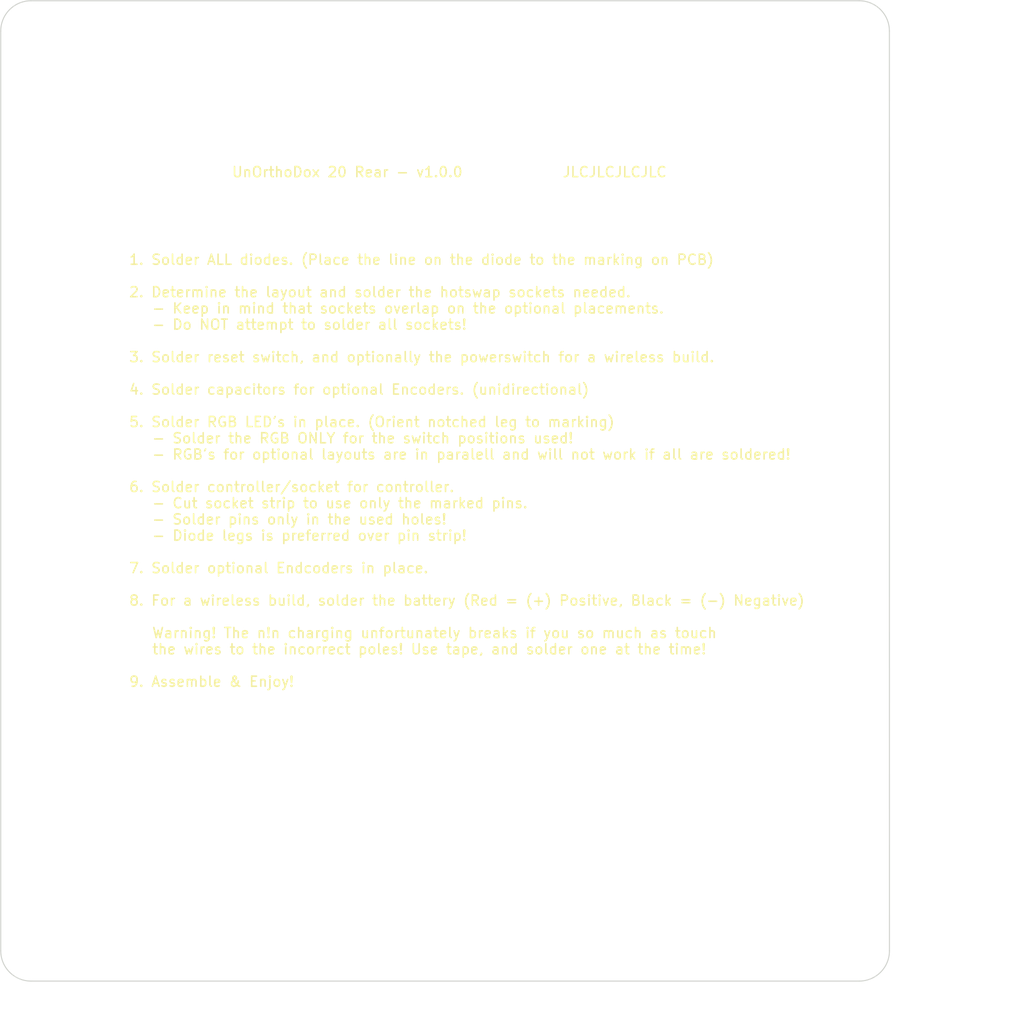
<source format=kicad_pcb>
(kicad_pcb (version 20211014) (generator pcbnew)
  (title_block (title "UnOrhtoDox 20 Rear") (date "2023-04-15") (rev "v1.0.0") (company "Tweety's Wild Thinking") (comment 1 "Markus Knutsson <markus.knutsson@tweety.se>") (comment 2 "https://github.com/TweetyDaBird") (comment 3 "Licensed under Creative Commons BY-SA 4.0 International "))
  (layers (0 "F.Cu" signal) (31 "B.Cu" signal) (34 "B.Paste" user) (35 "F.Paste" user) (36 "B.SilkS" user "B.Silkscreen") (37 "F.SilkS" user "F.Silkscreen") (38 "B.Mask" user) (39 "F.Mask" user) (44 "Edge.Cuts" user))
  (net 0 "")
  (footprint "Keyboard_Plate:Spacer Plate hole" (layer "F.Cu") (at 107.265 126.385)
    (fp_text reference "H2" hide)
    (fp_text value "Spacer_PCB" hide)
    (pad "" np_thru_hole circle (at 0 0) (size 2.5 2.5) (drill 2.5) (layers *.Cu *.Mask))
  )
  (footprint "Keyboard_Plate:Spacer Plate hole" (layer "F.Cu") (at 189.465 126.385)
    (fp_text reference "H4" hide)
    (fp_text value "Spacer_PCB" hide)
    (pad "" np_thru_hole circle (at 0 0) (size 2.5 2.5) (drill 2.5) (layers *.Cu *.Mask))
  )
  (footprint "Keyboard_Plate:Spacer Plate hole" (layer "F.Cu") (at 189.465 35.135)
    (fp_text reference "H3" hide)
    (fp_text value "Spacer_PCB" hide)
    (pad "" np_thru_hole circle (at 0 0) (size 2.5 2.5) (drill 2.5) (layers *.Cu *.Mask))
  )
  (footprint "Keyboard_Plate:Spacer Plate hole" (layer "F.Cu") (at 107.27 35.14 90)
    (fp_text reference "H1" hide)
    (fp_text value "Spacer_PCB" hide)
    (pad "" np_thru_hole circle (at 0 0 90) (size 2.5 2.5) (drill 2.5) (layers *.Cu *.Mask))
  )
  (gr_arc (start 192.465 126.38) (mid 191.58632 128.50132) (end 189.465 129.38) (layer "Edge.Cuts") (width 0.1))
  (gr_line (start 192.465 126.38) (end 192.46 35.14) (layer "Edge.Cuts") (width 0.1))
  (gr_line (start 189.465 129.38) (end 107.27 129.38) (layer "Edge.Cuts") (width 0.1))
  (gr_line (start 107.27 32.14) (end 189.46 32.14) (layer "Edge.Cuts") (width 0.1))
  (gr_arc (start 104.27 35.14) (mid 105.14868 33.01868) (end 107.27 32.14) (layer "Edge.Cuts") (width 0.1))
  (gr_line (start 104.27 35.14) (end 104.27 126.38) (layer "Edge.Cuts") (width 0.1))
  (gr_arc (start 107.27 129.38) (mid 105.14868 128.50132) (end 104.27 126.38) (layer "Edge.Cuts") (width 0.1))
  (gr_arc (start 189.46 32.14) (mid 191.58132 33.01868) (end 192.46 35.14) (layer "Edge.Cuts") (width 0.1))
  (gr_text "1. Solder ALL diodes. (Place the line on the diode to the marking on PCB)\n\n2. Determine the layout and solder the hotswap sockets needed.\n   - Keep in mind that sockets overlap on the optional placements.\n   - Do NOT attempt to solder all sockets!\n\n3. Solder reset switch, and optionally the powerswitch for a wireless build.\n\n4. Solder capacitors for optional Encoders. (unidirectional)\n\n5. Solder RGB LED's in place. (Orient notched leg to marking)\n   - Solder the RGB ONLY for the switch positions used!\n   - RGB's for optional layouts are in paralell and will not work if all are soldered!\n\n6. Solder controller/socket for controller. \n   - Cut socket strip to use only the marked pins. \n   - Solder pins only in the used holes!\n   - Diode legs is preferred over pin strip!\n\n7. Solder optional Endcoders in place.\n\n8. For a wireless build, solder the battery (Red = (+) Positive, Black = (-) Negative) \n   \n   Warning! The n!n charging unfortunately breaks if you so much as touch\n   the wires to the incorrect poles! Use tape, and solder one at the time!\n\n9. Assemble & Enjoy!" (at 116.93 78.75) (layer "F.SilkS") (effects (font (size 1 1)) (justify left)))
  (gr_text "JLCJLCJLCJLC" (at 165.2 49.13) (layer "F.SilkS") (effects (font (size 1 1))))
  (gr_text "UnOrthoDox 20 Rear - v1.0.0" (at 138.66 49.13) (layer "F.SilkS") (effects (font (size 1 1))))
)
</source>
